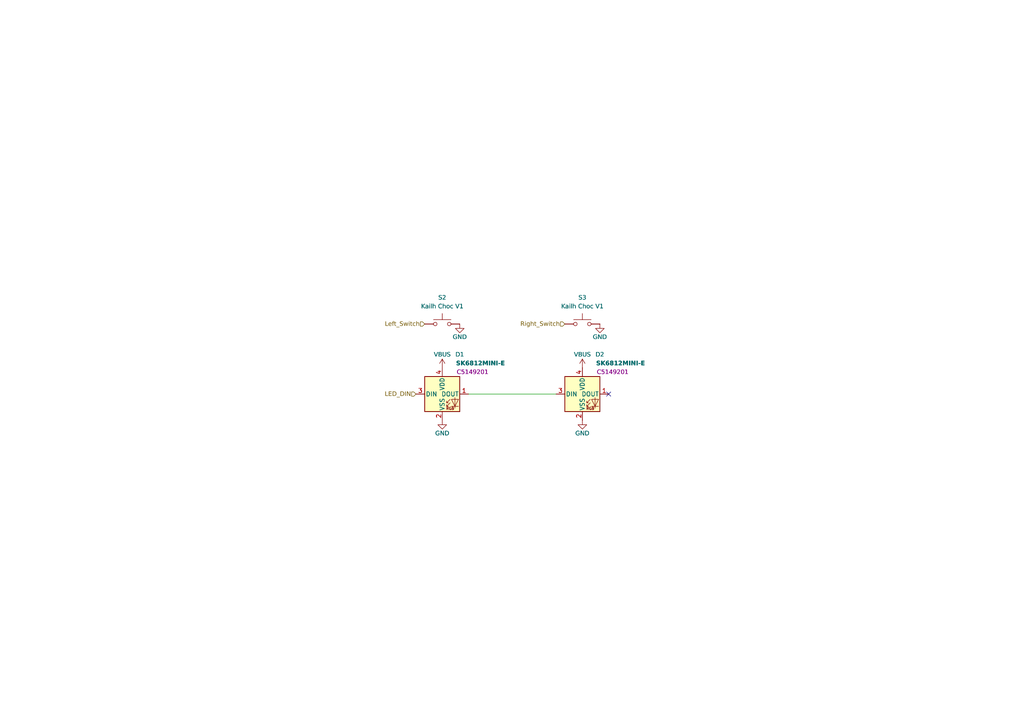
<source format=kicad_sch>
(kicad_sch (version 20231120) (generator "eeschema") (generator_version "8.0")
  (paper "A4")
  (title_block (title "HexTrack PCB") (date "2025-02-01") (rev "v0.0.2") (company "TMShader") (comment 9 "HexTrack"))
  (lib_symbols
    (symbol "ScottoKeebs:LED_SK6812MINI" (pin_names (offset 0.254))
      (property "Reference" "D" (at 5.08 5.715 0))
      (property "Value" "LED_SK6812MINI" (at 1.27 -5.715 0))
      (symbol "LED_SK6812MINI_0_0"
        (text "RGB" (at 2.286 -4.191 0) (effects (font (size 0.762 0.762))))
      )
      (symbol "LED_SK6812MINI_0_1"
        (polyline (pts (xy 1.27 -3.556) (xy 1.778 -3.556)))
        (polyline (pts (xy 1.27 -2.54) (xy 1.778 -2.54)))
        (polyline (pts (xy 4.699 -3.556) (xy 2.667 -3.556)))
        (polyline (pts (xy 2.286 -2.54) (xy 1.27 -3.556) (xy 1.27 -3.048)))
        (polyline (pts (xy 2.286 -1.524) (xy 1.27 -2.54) (xy 1.27 -2.032)))
        (polyline (pts (xy 3.683 -1.016) (xy 3.683 -3.556) (xy 3.683 -4.064)))
        (polyline (pts (xy 4.699 -1.524) (xy 2.667 -1.524) (xy 3.683 -3.556) (xy 4.699 -1.524)))
        (rectangle (start 5.08 5.08) (end -5.08 -5.08) (stroke (width 0.254)) (fill (type background)))
      )
      (symbol "LED_SK6812MINI_1_1"
        (pin output line (at 7.62 0 180) (length 2.54) (name "DOUT") (number "1"))
        (pin power_in line (at 0 -7.62 90) (length 2.54) (name "VSS") (number "2"))
        (pin input line (at -7.62 0 0) (length 2.54) (name "DIN") (number "3"))
        (pin power_in line (at 0 7.62 270) (length 2.54) (name "VDD") (number "4"))
      )
    )
    (symbol "Switch:SW_Push" (pin_numbers hide) (pin_names (offset 1.016) hide)
      (property "Reference" "SW" (at 1.27 2.54 0))
      (property "Value" "SW_Push" (at 0 -1.524 0))
      (symbol "SW_Push_0_1"
        (circle (center -2.032 0) (radius 0.508))
        (polyline (pts (xy 0 1.27) (xy 0 3.048)))
        (polyline (pts (xy 2.54 1.27) (xy -2.54 1.27)))
        (circle (center 2.032 0) (radius 0.508))
        (pin passive line (at -5.08 0 0) (length 2.54) (name "1") (number "1"))
        (pin passive line (at 5.08 0 180) (length 2.54) (name "2") (number "2"))
      )
    )
    (symbol "power:GND" (power) (pin_numbers hide) (pin_names (offset 0) hide)
      (property "Value" "GND" (at 0 -3.81 0))
      (symbol "GND_0_1"
        (polyline (pts (xy 0 0) (xy 0 -1.27) (xy 1.27 -1.27) (xy 0 -2.54) (xy -1.27 -1.27) (xy 0 -1.27)))
      )
      (symbol "GND_1_1"
        (pin power_in line (at 0 0 270) (length 0) (name "~") (number "1"))
      )
    )
    (symbol "power:VBUS" (power) (pin_numbers hide) (pin_names (offset 0) hide)
      (property "Value" "VBUS" (at 0 3.556 0))
      (symbol "VBUS_0_1"
        (polyline (pts (xy -0.762 1.27) (xy 0 2.54)))
        (polyline (pts (xy 0 0) (xy 0 2.54)))
        (polyline (pts (xy 0 2.54) (xy 0.762 1.27)))
      )
      (symbol "VBUS_1_1"
        (pin power_in line (at 0 0 90) (length 0) (name "~") (number "1"))
      )
    )
  )
  (no_connect (at 176.53 114.3))
  (wire (pts (xy 161.29 114.3) (xy 135.89 114.3)))
  (text "${SHEETNAME}" (at 19.05 25.4 0) (effects (font (size 8 8) (thickness 1.6256) (bold yes)) (justify left top)))
  (hierarchical_label "Left_Switch" (shape input) (at 123.19 93.98 180))
  (hierarchical_label "LED_DIN" (shape input) (at 120.65 114.3 180))
  (hierarchical_label "Right_Switch" (shape input) (at 163.83 93.98 180))
  (symbol (lib_id "ScottoKeebs:LED_SK6812MINI") (at 128.27 114.3 0) (unit 1)
    (property "Reference" "D1" (at 132.08 102.87 0) (effects (justify left)))
    (property "Value" "SK6812MINI-E" (at 132.08 105.41 0) (effects (font (bold yes)) (justify left)))
    (property "Footprint" "ScottoKeebs_Components:LED_SK6812MINI" (effects (hide yes)))
    (property "Datasheet" "https://cdn-shop.adafruit.com/product-files/2686/SK6812MINI_REV.01-1-2.pdf" (effects (hide yes)))
    (property "Description" "RGB LED with integrated controller" (effects (hide yes)))
    (property "LCSC" "C5149201" (at 132.08 107.95 0) (effects (justify left)))
  )
  (symbol (lib_id "power:GND") (at 128.27 121.92 0) (unit 1)
    (property "Reference" "#PWR045" (effects (hide yes)))
    (property "Value" "GND" (at 128.27 125.73 0))
    (property "Description" "Power symbol creates a global label with name \"GND\" , ground" (effects (hide yes)))
  )
  (symbol (lib_id "power:VBUS") (at 128.27 106.68 0) (unit 1)
    (property "Reference" "#PWR046" (effects (hide yes)))
    (property "Value" "VBUS" (at 128.27 102.87 0))
    (property "Description" "Power symbol creates a global label with name \"VBUS\"" (effects (hide yes)))
  )
  (symbol (lib_id "power:GND") (at 168.91 121.92 0) (unit 1)
    (property "Reference" "#PWR048" (effects (hide yes)))
    (property "Value" "GND" (at 168.91 125.73 0))
    (property "Description" "Power symbol creates a global label with name \"GND\" , ground" (effects (hide yes)))
  )
  (symbol (lib_id "power:GND") (at 133.35 93.98 0) (unit 1)
    (property "Reference" "#PWR040" (effects (hide yes)))
    (property "Value" "GND" (at 133.35 97.79 0))
    (property "Description" "Power symbol creates a global label with name \"GND\" , ground" (effects (hide yes)))
  )
  (symbol (lib_id "Switch:SW_Push") (at 128.27 93.98 0) (unit 1)
    (property "Reference" "S2" (at 128.27 86.36 0))
    (property "Value" "Kailh Choc V1" (at 128.27 88.9 0))
    (property "Footprint" "HexTrack:Choc_V1" (effects (hide yes)))
    (property "Description" "Push button switch, generic, two pins" (effects (hide yes)))
  )
  (symbol (lib_id "Switch:SW_Push") (at 168.91 93.98 0) (unit 1)
    (property "Reference" "S3" (at 168.91 86.36 0))
    (property "Value" "Kailh Choc V1" (at 168.91 88.9 0))
    (property "Footprint" "HexTrack:Choc_V1" (effects (hide yes)))
    (property "Description" "Push button switch, generic, two pins" (effects (hide yes)))
  )
  (symbol (lib_id "power:GND") (at 173.99 93.98 0) (unit 1)
    (property "Reference" "#PWR041" (effects (hide yes)))
    (property "Value" "GND" (at 173.99 97.79 0))
    (property "Description" "Power symbol creates a global label with name \"GND\" , ground" (effects (hide yes)))
  )
  (symbol (lib_id "ScottoKeebs:LED_SK6812MINI") (at 168.91 114.3 0) (unit 1)
    (property "Reference" "D2" (at 172.72 102.87 0) (effects (justify left)))
    (property "Value" "SK6812MINI-E" (at 172.72 105.41 0) (effects (font (bold yes)) (justify left)))
    (property "Footprint" "ScottoKeebs_Components:LED_SK6812MINI" (effects (hide yes)))
    (property "Datasheet" "https://cdn-shop.adafruit.com/product-files/2686/SK6812MINI_REV.01-1-2.pdf" (effects (hide yes)))
    (property "Description" "RGB LED with integrated controller" (effects (hide yes)))
    (property "LCSC" "C5149201" (at 172.72 107.95 0) (effects (justify left)))
  )
  (symbol (lib_id "power:VBUS") (at 168.91 106.68 0) (unit 1)
    (property "Reference" "#PWR047" (effects (hide yes)))
    (property "Value" "VBUS" (at 168.91 102.87 0))
    (property "Description" "Power symbol creates a global label with name \"VBUS\"" (effects (hide yes)))
  )
)
</source>
